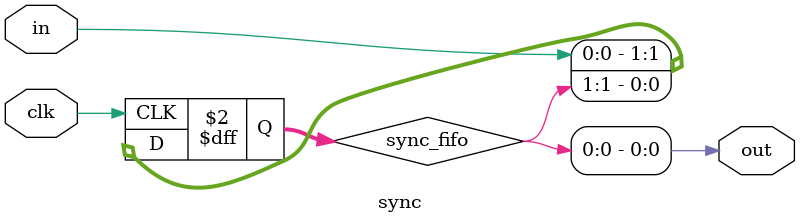
<source format=v>


module sync
    #(
        parameter SYNC_LEN = 2   // num of bits in sync fifo >= 2
    ) (
        input wire  clk,    // target clock domain
        input wire  in,     // async input
        output wire out     // sync output
    );

    reg [SYNC_LEN-1:0] sync_fifo;

    always @(posedge clk)
        sync_fifo <= {in, sync_fifo[SYNC_LEN-1:1]};     // shift right, discard fifo lsb

    assign out = sync_fifo[0];                          // fifo lsb is the 'oldest' value

endmodule

</source>
